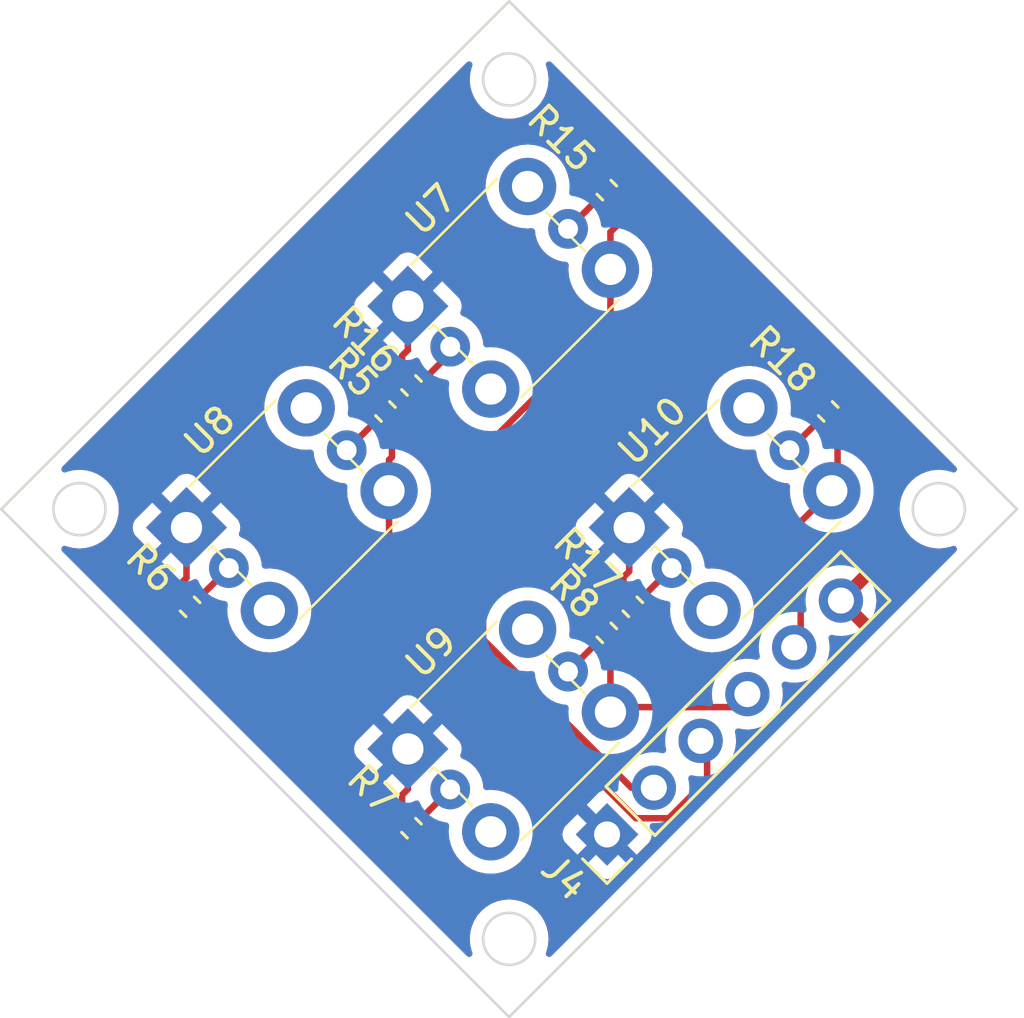
<source format=kicad_pcb>
(kicad_pcb (version 20211014) (generator pcbnew)
  (layers (0 "F.Cu" signal) (31 "B.Cu" signal) (34 "B.Paste" user) (35 "F.Paste" user) (36 "B.SilkS" user "B.Silkscreen") (37 "F.SilkS" user "F.Silkscreen") (38 "B.Mask" user) (39 "F.Mask" user) (44 "Edge.Cuts" user))
  (net 0 "")
  (net 1 "Net-(J4-Pad1)")
  (net 2 "Net-(J4-Pad2)")
  (net 3 "Net-(J4-Pad3)")
  (net 4 "GND")
  (net 5 "Net-(J4-Pad4)")
  (net 6 "Net-(J4-Pad5)")
  (net 15 "Net-(R5-Pad1)")
  (net 16 "Net-(R6-Pad1)")
  (net 17 "Net-(R7-Pad1)")
  (net 18 "Net-(R8-Pad1)")
  (footprint "Library:SwitchLED" (layer "F.Cu") (at 121.25 94 45)
    (fp_text reference "U9" (at 0 -4.242641 45 unlocked) (layer "F.SilkS"))
    (fp_text value "SwitchLED")
    (fp_line (start -3.0468 -1.0496) (end -3.2968 -1.0496) (layer "F.SilkS") (width 0.1))
    (fp_line (start -3.0468 -1.0562) (end -3.0468 1.052) (layer "F.SilkS") (width 0.1))
    (fp_line (start -2.05 -3.2914) (end 2.6174 -3.2914) (layer "F.SilkS") (width 0.1))
    (fp_line (start 2.6428 3.3126) (end -2.65 3.3028) (layer "F.SilkS") (width 0.1))
    (fp_line (start 3.0592 -1.0452) (end 3.0592 1.05) (layer "F.SilkS") (width 0.1))
    (pad "1" thru_hole rect (at -3.25 -2.25 45) (size 2.2 2.2) (drill 1.2) (layers *.Mask "F.Cu" "In1.Cu" "B.Cu") (net 1 "Net-(J4-Pad1)"))
    (pad "2" thru_hole circle (at 3.25 -2.25 45) (size 2.2 2.2) (drill 1.2) (layers *.Mask "F.Cu" "In1.Cu" "B.Cu"))
    (pad "3" thru_hole circle (at -3.25 2.25 45) (size 2.2 2.2) (drill 1.2) (layers *.Mask "F.Cu" "In1.Cu" "B.Cu"))
    (pad "4" thru_hole circle (at 3.25 2.25 45) (size 2.2 2.2) (drill 1.2) (layers *.Mask "F.Cu" "In1.Cu" "B.Cu") (net 5 "Net-(J4-Pad4)"))
    (pad "5" thru_hole circle (at -3.2 0 45) (size 1.524 1.524) (drill 0.762) (layers *.Cu *.Mask) (net 17 "Net-(R7-Pad1)"))
    (pad "6" thru_hole circle (at 3.2 0 45) (size 1.524 1.524) (drill 0.762) (layers *.Cu *.Mask) (net 4 "GND"))
  )
  (footprint "Resistor_SMD:R_0402_1005Metric" (layer "F.Cu") (at 117.5 97.75 135)
    (fp_text reference "R7" (at 2.12132 0 135) (layer "F.SilkS"))
    (fp_text value "200R")
    (fp_line (start -0.153641 0.38) (end 0.153641 0.38) (layer "F.SilkS") (width 0.12))
    (fp_line (start -0.153641 -0.38) (end 0.153641 -0.38) (layer "F.SilkS") (width 0.12))
    (pad "1" smd roundrect (at -0.51 0 135) (size 0.54 0.64) (layers "F.Cu" "F.Paste" "F.Mask") (net 17 "Net-(R7-Pad1)"))
    (pad "2" smd roundrect (at 0.51 0 135) (size 0.54 0.64) (layers "F.Cu" "F.Paste" "F.Mask") (net 1 "Net-(J4-Pad1)"))
  )
  (footprint "Resistor_SMD:R_0402_1005Metric" (layer "F.Cu") (at 125 90.25 -45)
    (fp_text reference "R17" (at -2.474874 -1.414214 135) (layer "F.SilkS"))
    (fp_text value "10K")
    (fp_line (start -0.153641 0.38) (end 0.153641 0.38) (layer "F.SilkS") (width 0.12))
    (fp_line (start -0.153641 -0.38) (end 0.153641 -0.38) (layer "F.SilkS") (width 0.12))
    (pad "1" smd roundrect (at -0.51 0 315) (size 0.54 0.64) (layers "F.Cu" "F.Paste" "F.Mask") (net 4 "GND"))
    (pad "2" smd roundrect (at 0.51 0 315) (size 0.54 0.64) (layers "F.Cu" "F.Paste" "F.Mask") (net 5 "Net-(J4-Pad4)"))
  )
  (footprint "Resistor_SMD:R_0402_1005Metric" (layer "F.Cu") (at 109 89.25 135)
    (fp_text reference "R6" (at 2.12132 0 135) (layer "F.SilkS"))
    (fp_text value "200R")
    (fp_line (start -0.153641 -0.38) (end 0.153641 -0.38) (layer "F.SilkS") (width 0.12))
    (fp_line (start -0.153641 0.38) (end 0.153641 0.38) (layer "F.SilkS") (width 0.12))
    (pad "1" smd roundrect (at -0.51 0 135) (size 0.54 0.64) (layers "F.Cu" "F.Paste" "F.Mask") (net 16 "Net-(R6-Pad1)"))
    (pad "2" smd roundrect (at 0.51 0 135) (size 0.54 0.64) (layers "F.Cu" "F.Paste" "F.Mask") (net 1 "Net-(J4-Pad1)"))
  )
  (footprint "Resistor_SMD:R_0402_1005Metric" (layer "F.Cu") (at 133.5 81.75 -45)
    (fp_text reference "R18" (at -2.65165 -0.176777 135) (layer "F.SilkS"))
    (fp_text value "10K")
    (fp_line (start -0.153641 0.38) (end 0.153641 0.38) (layer "F.SilkS") (width 0.12))
    (fp_line (start -0.153641 -0.38) (end 0.153641 -0.38) (layer "F.SilkS") (width 0.12))
    (pad "1" smd roundrect (at -0.51 0 315) (size 0.54 0.64) (layers "F.Cu" "F.Paste" "F.Mask") (net 4 "GND"))
    (pad "2" smd roundrect (at 0.51 0 315) (size 0.54 0.64) (layers "F.Cu" "F.Paste" "F.Mask") (net 6 "Net-(J4-Pad5)"))
  )
  (footprint "Library:SwitchLED" (layer "F.Cu") (at 112.75 85.5 45)
    (fp_text reference "U8" (at 0 -4.242641 45 unlocked) (layer "F.SilkS"))
    (fp_text value "SwitchLED")
    (fp_line (start 3.0592 -1.0452) (end 3.0592 1.05) (layer "F.SilkS") (width 0.1))
    (fp_line (start 2.6428 3.3126) (end -2.65 3.3028) (layer "F.SilkS") (width 0.1))
    (fp_line (start -3.0468 -1.0496) (end -3.2968 -1.0496) (layer "F.SilkS") (width 0.1))
    (fp_line (start -3.0468 -1.0562) (end -3.0468 1.052) (layer "F.SilkS") (width 0.1))
    (fp_line (start -2.05 -3.2914) (end 2.6174 -3.2914) (layer "F.SilkS") (width 0.1))
    (pad "1" thru_hole rect (at -3.25 -2.25 45) (size 2.2 2.2) (drill 1.2) (layers *.Mask "F.Cu" "In1.Cu" "B.Cu") (net 1 "Net-(J4-Pad1)"))
    (pad "2" thru_hole circle (at 3.25 -2.25 45) (size 2.2 2.2) (drill 1.2) (layers *.Mask "F.Cu" "In1.Cu" "B.Cu"))
    (pad "3" thru_hole circle (at -3.25 2.25 45) (size 2.2 2.2) (drill 1.2) (layers *.Mask "F.Cu" "In1.Cu" "B.Cu"))
    (pad "4" thru_hole circle (at 3.25 2.25 45) (size 2.2 2.2) (drill 1.2) (layers *.Mask "F.Cu" "In1.Cu" "B.Cu") (net 3 "Net-(J4-Pad3)"))
    (pad "5" thru_hole circle (at -3.2 0 45) (size 1.524 1.524) (drill 0.762) (layers *.Cu *.Mask) (net 16 "Net-(R6-Pad1)"))
    (pad "6" thru_hole circle (at 3.2 0 45) (size 1.524 1.524) (drill 0.762) (layers *.Cu *.Mask) (net 4 "GND"))
  )
  (footprint "Library:SwitchLED" (layer "F.Cu") (at 129.75 85.5 45)
    (fp_text reference "U10" (at 0 -4.242641 45 unlocked) (layer "F.SilkS"))
    (fp_text value "SwitchLED")
    (fp_line (start -3.0468 -1.0496) (end -3.2968 -1.0496) (layer "F.SilkS") (width 0.1))
    (fp_line (start 3.0592 -1.0452) (end 3.0592 1.05) (layer "F.SilkS") (width 0.1))
    (fp_line (start -3.0468 -1.0562) (end -3.0468 1.052) (layer "F.SilkS") (width 0.1))
    (fp_line (start 2.6428 3.3126) (end -2.65 3.3028) (layer "F.SilkS") (width 0.1))
    (fp_line (start -2.05 -3.2914) (end 2.6174 -3.2914) (layer "F.SilkS") (width 0.1))
    (pad "1" thru_hole rect (at -3.25 -2.25 45) (size 2.2 2.2) (drill 1.2) (layers *.Mask "F.Cu" "In1.Cu" "B.Cu") (net 1 "Net-(J4-Pad1)"))
    (pad "2" thru_hole circle (at 3.25 -2.25 45) (size 2.2 2.2) (drill 1.2) (layers *.Mask "F.Cu" "In1.Cu" "B.Cu"))
    (pad "3" thru_hole circle (at -3.25 2.25 45) (size 2.2 2.2) (drill 1.2) (layers *.Mask "F.Cu" "In1.Cu" "B.Cu"))
    (pad "4" thru_hole circle (at 3.25 2.25 45) (size 2.2 2.2) (drill 1.2) (layers *.Mask "F.Cu" "In1.Cu" "B.Cu") (net 6 "Net-(J4-Pad5)"))
    (pad "5" thru_hole circle (at -3.2 0 45) (size 1.524 1.524) (drill 0.762) (layers *.Cu *.Mask) (net 18 "Net-(R8-Pad1)"))
    (pad "6" thru_hole circle (at 3.2 0 45) (size 1.524 1.524) (drill 0.762) (layers *.Cu *.Mask) (net 4 "GND"))
  )
  (footprint "Library:SwitchLED" (layer "F.Cu") (at 121.25 77 45)
    (fp_text reference "U7" (at 0 -4.242641 45 unlocked) (layer "F.SilkS"))
    (fp_text value "SwitchLED")
    (fp_line (start -2.05 -3.2914) (end 2.6174 -3.2914) (layer "F.SilkS") (width 0.1))
    (fp_line (start 2.6428 3.3126) (end -2.65 3.3028) (layer "F.SilkS") (width 0.1))
    (fp_line (start 3.0592 -1.0452) (end 3.0592 1.05) (layer "F.SilkS") (width 0.1))
    (fp_line (start -3.0468 -1.0562) (end -3.0468 1.052) (layer "F.SilkS") (width 0.1))
    (fp_line (start -3.0468 -1.0496) (end -3.2968 -1.0496) (layer "F.SilkS") (width 0.1))
    (pad "1" thru_hole rect (at -3.25 -2.25 45) (size 2.2 2.2) (drill 1.2) (layers *.Mask "F.Cu" "In1.Cu" "B.Cu") (net 1 "Net-(J4-Pad1)"))
    (pad "2" thru_hole circle (at 3.25 -2.25 45) (size 2.2 2.2) (drill 1.2) (layers *.Mask "F.Cu" "In1.Cu" "B.Cu"))
    (pad "3" thru_hole circle (at -3.25 2.25 45) (size 2.2 2.2) (drill 1.2) (layers *.Mask "F.Cu" "In1.Cu" "B.Cu"))
    (pad "4" thru_hole circle (at 3.25 2.25 45) (size 2.2 2.2) (drill 1.2) (layers *.Mask "F.Cu" "In1.Cu" "B.Cu") (net 2 "Net-(J4-Pad2)"))
    (pad "5" thru_hole circle (at -3.2 0 45) (size 1.524 1.524) (drill 0.762) (layers *.Cu *.Mask) (net 15 "Net-(R5-Pad1)"))
    (pad "6" thru_hole circle (at 3.2 0 45) (size 1.524 1.524) (drill 0.762) (layers *.Cu *.Mask) (net 4 "GND"))
  )
  (footprint "Resistor_SMD:R_0402_1005Metric" (layer "F.Cu") (at 117.5 80.75 135)
    (fp_text reference "R5" (at 1.944544 -1.237437 135) (layer "F.SilkS"))
    (fp_text value "200R")
    (fp_line (start -0.153641 0.38) (end 0.153641 0.38) (layer "F.SilkS") (width 0.12))
    (fp_line (start -0.153641 -0.38) (end 0.153641 -0.38) (layer "F.SilkS") (width 0.12))
    (pad "1" smd roundrect (at -0.51 0 135) (size 0.54 0.64) (layers "F.Cu" "F.Paste" "F.Mask") (net 15 "Net-(R5-Pad1)"))
    (pad "2" smd roundrect (at 0.51 0 135) (size 0.54 0.64) (layers "F.Cu" "F.Paste" "F.Mask") (net 1 "Net-(J4-Pad1)"))
  )
  (footprint "Connector_PinHeader_2.54mm:PinHeader_1x06_P2.54mm_Vertical" (layer "F.Cu") (at 125.009872 97.990129 135)
    (fp_text reference "J4" (at 0 -2.33 135) (layer "F.SilkS"))
    (fp_text value "Conn_01x06_Male")
    (fp_line (start -1.33 0) (end -1.33 -1.33) (layer "F.SilkS") (width 0.12))
    (fp_line (start -1.33 1.27) (end -1.33 14.03) (layer "F.SilkS") (width 0.12))
    (fp_line (start 1.33 1.27) (end 1.33 14.03) (layer "F.SilkS") (width 0.12))
    (fp_line (start -1.33 14.03) (end 1.33 14.03) (layer "F.SilkS") (width 0.12))
    (fp_line (start -1.33 1.27) (end 1.33 1.27) (layer "F.SilkS") (width 0.12))
    (fp_line (start -1.33 -1.33) (end 0 -1.33) (layer "F.SilkS") (width 0.12))
    (pad "1" thru_hole rect (at 0 0 135) (size 1.7 1.7) (drill 1) (layers *.Cu *.Mask) (net 1 "Net-(J4-Pad1)"))
    (pad "2" thru_hole oval (at 0 2.54 135) (size 1.7 1.7) (drill 1) (layers *.Cu *.Mask) (net 2 "Net-(J4-Pad2)"))
    (pad "3" thru_hole oval (at 0 5.08 135) (size 1.7 1.7) (drill 1) (layers *.Cu *.Mask) (net 3 "Net-(J4-Pad3)"))
    (pad "4" thru_hole oval (at 0 7.62 135) (size 1.7 1.7) (drill 1) (layers *.Cu *.Mask) (net 5 "Net-(J4-Pad4)"))
    (pad "5" thru_hole oval (at 0 10.16 135) (size 1.7 1.7) (drill 1) (layers *.Cu *.Mask) (net 6 "Net-(J4-Pad5)"))
    (pad "6" thru_hole oval (at 0 12.7 135) (size 1.7 1.7) (drill 1) (layers *.Cu *.Mask) (net 4 "GND"))
  )
  (footprint "Resistor_SMD:R_0402_1005Metric" (layer "F.Cu") (at 116.5 81.75 -45)
    (fp_text reference "R16" (at -2.474874 -1.414214 135) (layer "F.SilkS"))
    (fp_text value "10K")
    (fp_line (start -0.153641 -0.38) (end 0.153641 -0.38) (layer "F.SilkS") (width 0.12))
    (fp_line (start -0.153641 0.38) (end 0.153641 0.38) (layer "F.SilkS") (width 0.12))
    (pad "1" smd roundrect (at -0.51 0 315) (size 0.54 0.64) (layers "F.Cu" "F.Paste" "F.Mask") (net 4 "GND"))
    (pad "2" smd roundrect (at 0.51 0 315) (size 0.54 0.64) (layers "F.Cu" "F.Paste" "F.Mask") (net 3 "Net-(J4-Pad3)"))
  )
  (footprint "Resistor_SMD:R_0402_1005Metric" (layer "F.Cu") (at 126 89.25 135)
    (fp_text reference "R8" (at 1.944544 -1.237437 135) (layer "F.SilkS"))
    (fp_text value "200R")
    (fp_line (start -0.153641 0.38) (end 0.153641 0.38) (layer "F.SilkS") (width 0.12))
    (fp_line (start -0.153641 -0.38) (end 0.153641 -0.38) (layer "F.SilkS") (width 0.12))
    (pad "1" smd roundrect (at -0.51 0 135) (size 0.54 0.64) (layers "F.Cu" "F.Paste" "F.Mask") (net 18 "Net-(R8-Pad1)"))
    (pad "2" smd roundrect (at 0.51 0 135) (size 0.54 0.64) (layers "F.Cu" "F.Paste" "F.Mask") (net 1 "Net-(J4-Pad1)"))
  )
  (footprint "Resistor_SMD:R_0402_1005Metric" (layer "F.Cu") (at 125 73.25 -45)
    (fp_text reference "R15" (at -2.65165 -0.176777 135) (layer "F.SilkS"))
    (fp_text value "10K")
    (fp_line (start -0.153641 0.38) (end 0.153641 0.38) (layer "F.SilkS") (width 0.12))
    (fp_line (start -0.153641 -0.38) (end 0.153641 -0.38) (layer "F.SilkS") (width 0.12))
    (pad "1" smd roundrect (at -0.51 0 315) (size 0.54 0.64) (layers "F.Cu" "F.Paste" "F.Mask") (net 4 "GND"))
    (pad "2" smd roundrect (at 0.51 0 315) (size 0.54 0.64) (layers "F.Cu" "F.Paste" "F.Mask") (net 2 "Net-(J4-Pad2)"))
  )
  (gr_circle (center 137.75 85.5) (end 136.75 85.5) (layer "Edge.Cuts") (width 0.1) (fill none))
  (gr_circle (center 121.25 69) (end 122.25 69) (layer "Edge.Cuts") (width 0.1) (fill none))
  (gr_line (start 121.25 105) (end 140.75 85.5) (layer "Edge.Cuts") (width 0.1))
  (gr_circle (center 121.25 102) (end 121.25 101) (layer "Edge.Cuts") (width 0.1) (fill none))
  (gr_circle (center 104.75 85.5) (end 105.75 85.5) (layer "Edge.Cuts") (width 0.1) (fill none))
  (gr_line (start 121.25 66) (end 101.75 85.5) (layer "Edge.Cuts") (width 0.1))
  (gr_line (start 101.75 85.5) (end 121.25 105) (layer "Edge.Cuts") (width 0.1))
  (gr_line (start 140.75 85.5) (end 121.25 66) (layer "Edge.Cuts") (width 0.1))
  (segment (start 108.639376 88.360624) (end 108.860913 88.139087) (width 0.25) (layer "F.Cu") (net 1))
  (segment (start 117.360913 79.389087) (end 117.360913 77.707107) (width 0.25) (layer "F.Cu") (net 1))
  (segment (start 108.860913 88.139087) (end 108.860913 86.207107) (width 0.25) (layer "F.Cu") (net 1))
  (segment (start 125.259872 98.490129) (end 125 98.230257) (width 0.25) (layer "F.Cu") (net 1))
  (segment (start 125.639376 88.110624) (end 125.860913 87.889087) (width 0.25) (layer "F.Cu") (net 1))
  (segment (start 117.360913 94.707107) (end 117.360913 96.25) (width 0.25) (layer "F.Cu") (net 1))
  (segment (start 117.360913 96.25) (end 117.139376 96.471537) (width 0.25) (layer "F.Cu") (net 1))
  (segment (start 125.860913 87.889087) (end 125.860913 86.207107) (width 0.25) (layer "F.Cu") (net 1))
  (segment (start 117.139376 96.471537) (end 117.139376 97.389376) (width 0.25) (layer "F.Cu") (net 1))
  (segment (start 117.139376 80.389376) (end 117.139376 79.610624) (width 0.25) (layer "F.Cu") (net 1))
  (segment (start 117.139376 79.610624) (end 117.360913 79.389087) (width 0.25) (layer "F.Cu") (net 1))
  (segment (start 108.639376 88.889376) (end 108.639376 88.360624) (width 0.25) (layer "F.Cu") (net 1))
  (segment (start 125.639376 88.889376) (end 125.639376 88.110624) (width 0.25) (layer "F.Cu") (net 1))
  (segment (start 120.25 90.5) (end 120.25 83.197235) (width 0.25) (layer "F.Cu") (net 2))
  (segment (start 125.139087 78.308148) (end 125.139087 76.292893) (width 0.25) (layer "F.Cu") (net 2))
  (segment (start 126.805923 96.194078) (end 125.944078 96.194078) (width 0.25) (layer "F.Cu") (net 2))
  (segment (start 125.139087 74.860913) (end 125.139087 76.292893) (width 0.25) (layer "F.Cu") (net 2))
  (segment (start 120.25 83.197235) (end 125.139087 78.308148) (width 0.25) (layer "F.Cu") (net 2))
  (segment (start 125.360624 73.610624) (end 125.360624 74.639376) (width 0.25) (layer "F.Cu") (net 2))
  (segment (start 125.944078 96.194078) (end 120.25 90.5) (width 0.25) (layer "F.Cu") (net 2))
  (segment (start 125.360624 74.639376) (end 125.139087 74.860913) (width 0.25) (layer "F.Cu") (net 2))
  (segment (start 128.851974 95.898026) (end 127.380922 97.369078) (width 0.25) (layer "F.Cu") (net 3))
  (segment (start 116.75 83.5) (end 116.75 82.221248) (width 0.25) (layer "F.Cu") (net 3))
  (segment (start 128.851974 94.898027) (end 128.851974 95.898026) (width 0.25) (layer "F.Cu") (net 3))
  (segment (start 116.75 82.221248) (end 116.860624 82.110624) (width 0.25) (layer "F.Cu") (net 3))
  (segment (start 116.639087 84.792893) (end 116.639087 83.610913) (width 0.25) (layer "F.Cu") (net 3))
  (segment (start 116.639087 83.610913) (end 116.75 83.5) (width 0.25) (layer "F.Cu") (net 3))
  (segment (start 127.380922 97.369078) (end 126.119078 97.369078) (width 0.25) (layer "F.Cu") (net 3))
  (segment (start 126.119078 97.369078) (end 116.639087 87.889087) (width 0.25) (layer "F.Cu") (net 3))
  (segment (start 116.639087 87.889087) (end 116.639087 84.792893) (width 0.25) (layer "F.Cu") (net 3))
  (segment (start 133.139376 82.110624) (end 132.012742 83.237258) (width 0.25) (layer "F.Cu") (net 4))
  (segment (start 116.139376 82.110624) (end 116.139376 81.389376) (width 0.25) (layer "F.Cu") (net 4))
  (segment (start 124.639376 73.610624) (end 124.639376 72.889376) (width 0.25) (layer "F.Cu") (net 4))
  (segment (start 123.512742 74.737258) (end 124.639376 73.610624) (width 0.25) (layer "F.Cu") (net 4))
  (segment (start 124.639376 90.610624) (end 124.639376 89.889376) (width 0.25) (layer "F.Cu") (net 4))
  (segment (start 133.139376 81.389376) (end 133.139376 82.110624) (width 0.25) (layer "F.Cu") (net 4))
  (segment (start 115.012742 83.237258) (end 116.139376 82.110624) (width 0.25) (layer "F.Cu") (net 4))
  (segment (start 123.512742 91.737258) (end 124.639376 90.610624) (width 0.25) (layer "F.Cu") (net 4))
  (segment (start 125.360624 91.389376) (end 125.139087 91.610913) (width 0.25) (layer "F.Cu") (net 5))
  (segment (start 130.457108 93.292893) (end 130.648026 93.101975) (width 0.25) (layer "F.Cu") (net 5))
  (segment (start 125.139087 91.610913) (end 125.139087 93.292893) (width 0.25) (layer "F.Cu") (net 5))
  (segment (start 125.360624 90.610624) (end 125.360624 91.389376) (width 0.25) (layer "F.Cu") (net 5))
  (segment (start 125.330005 93.101975) (end 125.139087 93.292893) (width 0.25) (layer "F.Cu") (net 5))
  (segment (start 130.648026 93.101975) (end 125.330005 93.101975) (width 0.25) (layer "F.Cu") (net 5))
  (segment (start 132.444077 85.987903) (end 133.639087 84.792893) (width 0.25) (layer "F.Cu") (net 6))
  (segment (start 133.860624 84.571356) (end 133.860624 82.110624) (width 0.25) (layer "F.Cu") (net 6))
  (segment (start 132.444077 91.305924) (end 132.444077 85.987903) (width 0.25) (layer "F.Cu") (net 6))
  (segment (start 118.987258 79.512742) (end 117.860624 80.639376) (width 0.25) (layer "F.Cu") (net 15))
  (segment (start 118.987258 79.262742) (end 118.987258 79.512742) (width 0.25) (layer "F.Cu") (net 15))
  (segment (start 117.860624 80.639376) (end 117.860624 81.110624) (width 0.25) (layer "F.Cu") (net 15))
  (segment (start 109.360624 89.610624) (end 109.360624 88.889376) (width 0.25) (layer "F.Cu") (net 16))
  (segment (start 109.360624 88.889376) (end 110.487258 87.762742) (width 0.25) (layer "F.Cu") (net 16))
  (segment (start 117.860624 97.389376) (end 118.987258 96.262742) (width 0.25) (layer "F.Cu") (net 17))
  (segment (start 117.860624 98.110624) (end 117.860624 97.389376) (width 0.25) (layer "F.Cu") (net 17))
  (segment (start 126.360624 89.610624) (end 126.360624 88.889376) (width 0.25) (layer "F.Cu") (net 18))
  (segment (start 126.360624 88.889376) (end 127.487258 87.762742) (width 0.25) (layer "F.Cu") (net 18))
  (zone (net 4) (net_name "GND") (layer "F.Cu") (connect_pads (clearance 0.508)) (min_thickness 0.254) (fill yes (thermal_gap 0.508) (thermal_bridge_width 0.508))
    (polygon (pts (xy 140.75 85.5) (xy 121.25 105) (xy 101.75 85.5) (xy 121.25 66)))
  )
  (zone (net 1) (net_name "Net-(J4-Pad1)") (layer "B.Cu") (connect_pads (clearance 0.508)) (min_thickness 0.254) (fill yes (thermal_gap 0.508) (thermal_bridge_width 0.508))
    (polygon (pts (xy 140.75 85.5) (xy 121.25 105) (xy 101.75 85.5) (xy 121.25 66)))
  )
)
</source>
